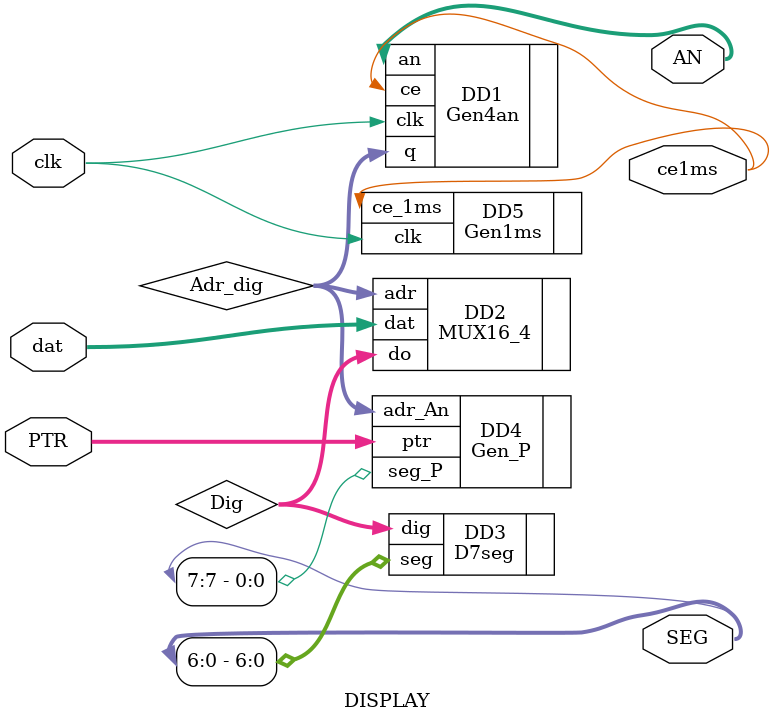
<source format=v>
`timescale 1ns / 1ps
module DISPLAY(
    input clk,
    input [15:0] dat,
    input [1:0] PTR,
    output wire [3:0] AN,
    output wire [7:0] SEG,
    output wire ce1ms
    );
wire [3:0] Dig;
wire [1:0] Adr_dig;

Gen4an DD1 (.clk(clk),  		.q(Adr_dig),
				.ce(ce1ms),			.an(AN));

MUX16_4 DD2(.dat(dat),			.do(Dig),
				.adr(Adr_dig));

D7seg DD3  (.dig(Dig), 			.seg(SEG[6:0]));

Gen_P DD4  (.adr_An(Adr_dig),	.seg_P(SEG[7]),
				.ptr(PTR));

Gen1ms DD5 (.clk(clk), 			.ce_1ms(ce1ms));

endmodule

</source>
